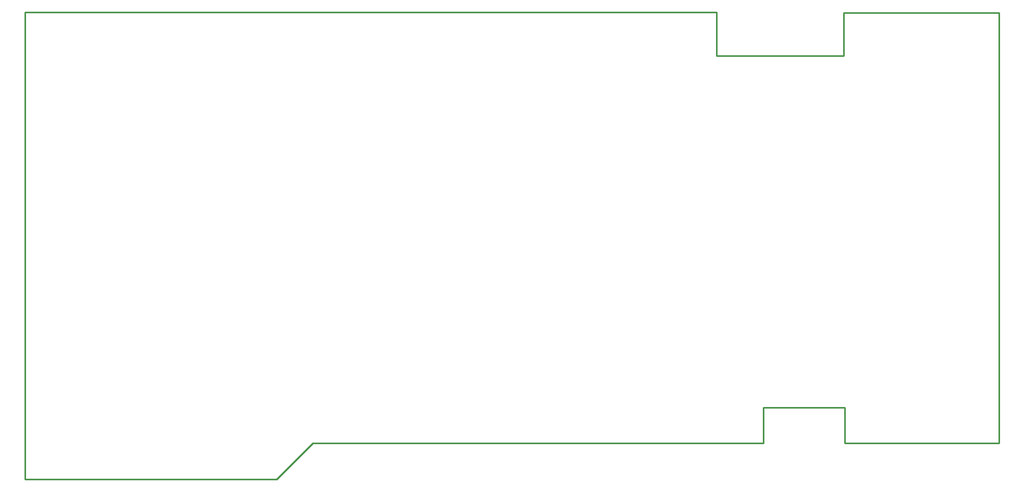
<source format=gko>
G04*
G04 #@! TF.GenerationSoftware,Altium Limited,Altium Designer,22.8.2 (66)*
G04*
G04 Layer_Color=16711935*
%FSLAX25Y25*%
%MOIN*%
G70*
G04*
G04 #@! TF.SameCoordinates,212F37CB-D32F-4CA9-9F40-9CB884434D69*
G04*
G04*
G04 #@! TF.FilePolarity,Positive*
G04*
G01*
G75*
%ADD16C,0.01000*%
D16*
X157480Y0D02*
X180363Y22883D01*
X512795Y265748D02*
Y292883D01*
X462598Y45276D02*
X513386D01*
X512795Y292883D02*
X610236D01*
X180363Y22883D02*
X462598D01*
X0Y292983D02*
X433071Y292983D01*
X513386Y22883D02*
X610236D01*
X462598Y22883D02*
Y45276D01*
X610236Y292883D02*
X610236Y22883D01*
X0Y292983D02*
X0Y0D01*
X433071Y265748D02*
Y292983D01*
X513386Y22883D02*
Y45276D01*
X0Y0D02*
X157480D01*
X433071Y265748D02*
X512795D01*
M02*

</source>
